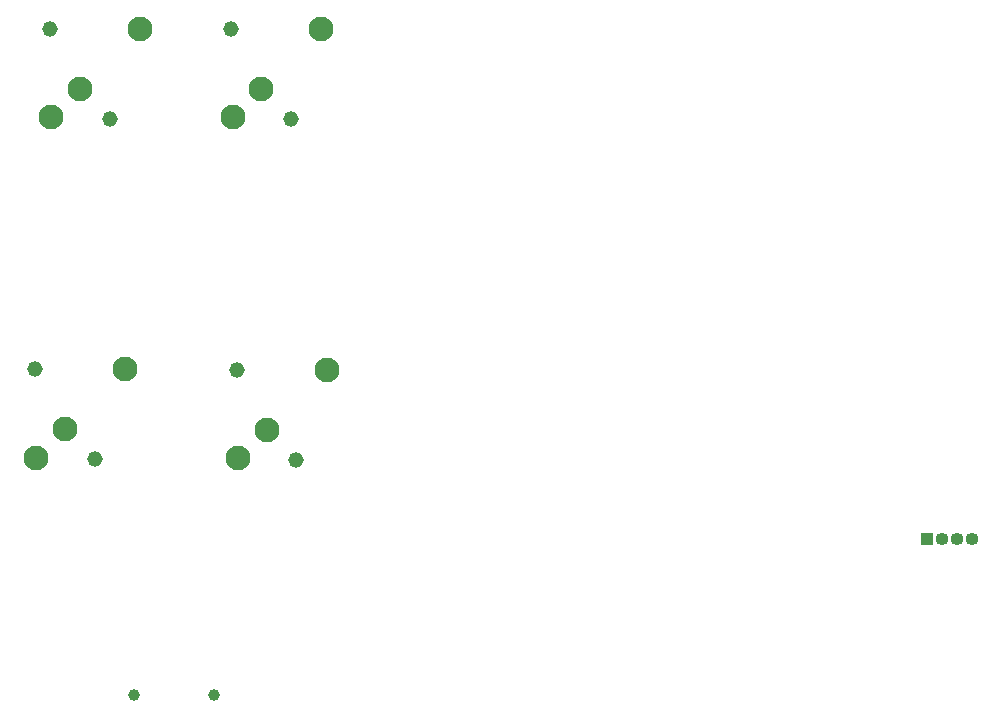
<source format=gbr>
G04 #@! TF.GenerationSoftware,KiCad,Pcbnew,5.1.4+dfsg1-1*
G04 #@! TF.CreationDate,2020-07-30T17:34:22-05:00*
G04 #@! TF.ProjectId,e-cribbage,652d6372-6962-4626-9167-652e6b696361,rev?*
G04 #@! TF.SameCoordinates,Original*
G04 #@! TF.FileFunction,Soldermask,Bot*
G04 #@! TF.FilePolarity,Negative*
%FSLAX46Y46*%
G04 Gerber Fmt 4.6, Leading zero omitted, Abs format (unit mm)*
G04 Created by KiCad (PCBNEW 5.1.4+dfsg1-1) date 2020-07-30 17:34:22*
%MOMM*%
%LPD*%
G04 APERTURE LIST*
%ADD10C,1.319200*%
%ADD11C,2.098980*%
%ADD12C,1.000000*%
%ADD13O,1.100000X1.100000*%
%ADD14R,1.100000X1.100000*%
G04 APERTURE END LIST*
D10*
G04 #@! TO.C,S4*
X75773000Y-149384000D03*
X80832680Y-157004000D03*
D11*
X78313000Y-154464000D03*
X83393000Y-149384000D03*
X75900000Y-156877000D03*
G04 #@! TD*
D10*
G04 #@! TO.C,S3*
X58674000Y-149352000D03*
X63733680Y-156972000D03*
D11*
X61214000Y-154432000D03*
X66294000Y-149352000D03*
X58801000Y-156845000D03*
G04 #@! TD*
D10*
G04 #@! TO.C,S1*
X59944000Y-120523000D03*
X65003680Y-128143000D03*
D11*
X62484000Y-125603000D03*
X67564000Y-120523000D03*
X60071000Y-128016000D03*
G04 #@! TD*
D10*
G04 #@! TO.C,S2*
X75311000Y-120523000D03*
X80370680Y-128143000D03*
D11*
X77851000Y-125603000D03*
X82931000Y-120523000D03*
X75438000Y-128016000D03*
G04 #@! TD*
D12*
G04 #@! TO.C,S5*
X73885000Y-176911000D03*
X67085000Y-176911000D03*
G04 #@! TD*
D13*
G04 #@! TO.C,J1*
X138049000Y-163703000D03*
X136779000Y-163703000D03*
X135509000Y-163703000D03*
D14*
X134239000Y-163703000D03*
G04 #@! TD*
M02*

</source>
